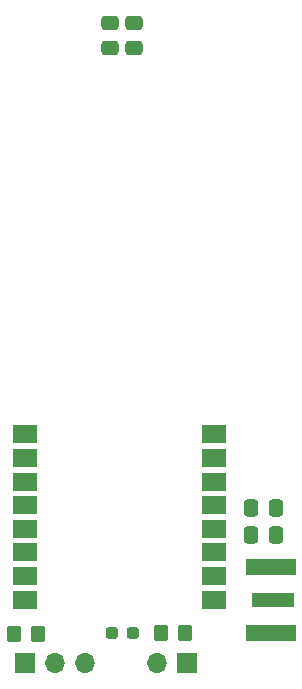
<source format=gts>
G04 #@! TF.GenerationSoftware,KiCad,Pcbnew,6.0.10*
G04 #@! TF.CreationDate,2023-04-28T22:47:20-05:00*
G04 #@! TF.ProjectId,gas_sensor,6761735f-7365-46e7-936f-722e6b696361,rev?*
G04 #@! TF.SameCoordinates,Original*
G04 #@! TF.FileFunction,Soldermask,Top*
G04 #@! TF.FilePolarity,Negative*
%FSLAX46Y46*%
G04 Gerber Fmt 4.6, Leading zero omitted, Abs format (unit mm)*
G04 Created by KiCad (PCBNEW 6.0.10) date 2023-04-28 22:47:20*
%MOMM*%
%LPD*%
G01*
G04 APERTURE LIST*
G04 Aperture macros list*
%AMRoundRect*
0 Rectangle with rounded corners*
0 $1 Rounding radius*
0 $2 $3 $4 $5 $6 $7 $8 $9 X,Y pos of 4 corners*
0 Add a 4 corners polygon primitive as box body*
4,1,4,$2,$3,$4,$5,$6,$7,$8,$9,$2,$3,0*
0 Add four circle primitives for the rounded corners*
1,1,$1+$1,$2,$3*
1,1,$1+$1,$4,$5*
1,1,$1+$1,$6,$7*
1,1,$1+$1,$8,$9*
0 Add four rect primitives between the rounded corners*
20,1,$1+$1,$2,$3,$4,$5,0*
20,1,$1+$1,$4,$5,$6,$7,0*
20,1,$1+$1,$6,$7,$8,$9,0*
20,1,$1+$1,$8,$9,$2,$3,0*%
G04 Aperture macros list end*
%ADD10RoundRect,0.237500X-0.287500X-0.237500X0.287500X-0.237500X0.287500X0.237500X-0.287500X0.237500X0*%
%ADD11RoundRect,0.250000X0.350000X0.450000X-0.350000X0.450000X-0.350000X-0.450000X0.350000X-0.450000X0*%
%ADD12RoundRect,0.250000X0.337500X0.475000X-0.337500X0.475000X-0.337500X-0.475000X0.337500X-0.475000X0*%
%ADD13RoundRect,0.250000X0.475000X-0.337500X0.475000X0.337500X-0.475000X0.337500X-0.475000X-0.337500X0*%
%ADD14RoundRect,0.250000X-0.350000X-0.450000X0.350000X-0.450000X0.350000X0.450000X-0.350000X0.450000X0*%
%ADD15R,2.000000X1.500000*%
%ADD16R,3.600000X1.270000*%
%ADD17R,4.200000X1.350000*%
%ADD18R,1.700000X1.700000*%
%ADD19O,1.700000X1.700000*%
G04 APERTURE END LIST*
D10*
X125885000Y-89662000D03*
X127635000Y-89662000D03*
D11*
X132048000Y-89662000D03*
X130048000Y-89662000D03*
D12*
X139752000Y-81407000D03*
X137677000Y-81407000D03*
X139743000Y-79121000D03*
X137668000Y-79121000D03*
D13*
X125730000Y-40132000D03*
X125730000Y-38057000D03*
X127762000Y-40132000D03*
X127762000Y-38057000D03*
D14*
X117618000Y-89789000D03*
X119618000Y-89789000D03*
D15*
X134492000Y-86883000D03*
X134492000Y-84883000D03*
X134492000Y-82883000D03*
X134492000Y-80883000D03*
X134492000Y-78883000D03*
X134492000Y-76883000D03*
X134492000Y-74883000D03*
X134492000Y-72883000D03*
X118492000Y-72883000D03*
X118492000Y-74883000D03*
X118492000Y-76883000D03*
X118492000Y-78883000D03*
X118492000Y-80883000D03*
X118492000Y-82883000D03*
X118492000Y-84883000D03*
X118492000Y-86883000D03*
D16*
X139519000Y-86899000D03*
D17*
X139319000Y-84074000D03*
X139319000Y-89724000D03*
D18*
X118491000Y-92202000D03*
D19*
X121031000Y-92202000D03*
X123571000Y-92202000D03*
D18*
X132207000Y-92202000D03*
D19*
X129667000Y-92202000D03*
M02*

</source>
